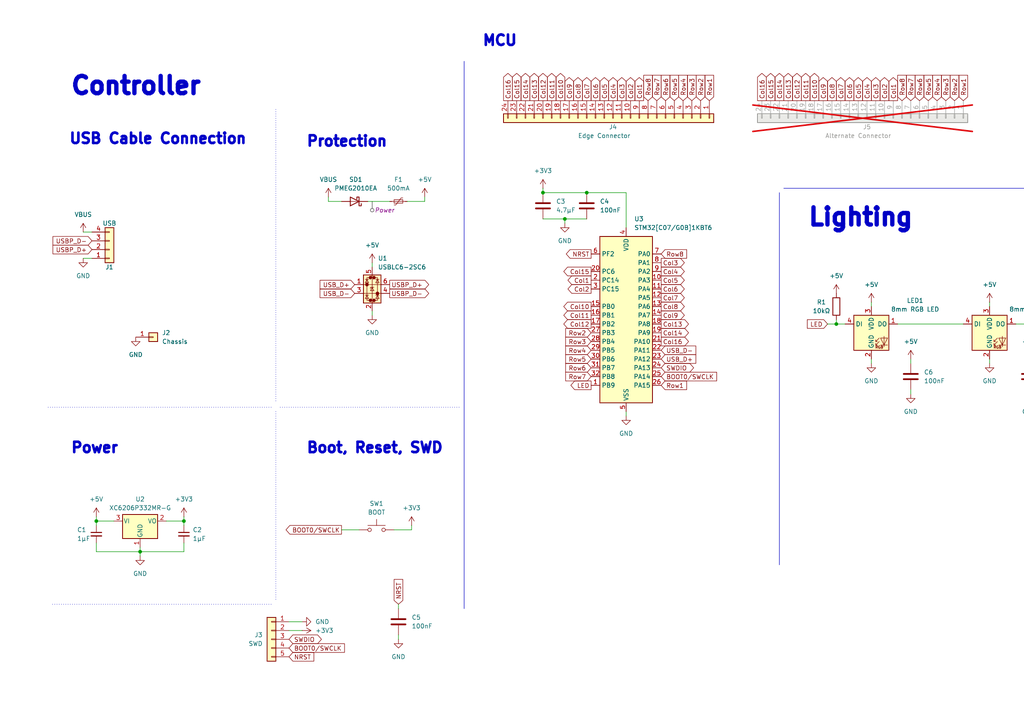
<source format=kicad_sch>
(kicad_sch (version 20250114) (generator "eeschema") (generator_version "9.0")
  (paper "A4")
  (lib_symbols
    (symbol "Connector_Generic:Conn_01x01" (pin_names (offset 1.016) (hide yes))
      (property "Reference" "J" (at 0 2.54 0))
      (property "Value" "Conn_01x01" (at 0 -2.54 0))
      (symbol "Conn_01x01_1_1"
        (rectangle (start -1.27 1.27) (end 1.27 -1.27) (stroke (width 0.254)) (fill (type background)))
        (rectangle (start -1.27 0.127) (end 0 -0.127) (stroke (width 0.1524)))
        (pin passive line (at -5.08 0 0) (length 3.81) (name "Pin_1") (number "1"))
      )
    )
    (symbol "Connector_Generic:Conn_01x04" (pin_names (offset 1.016) (hide yes))
      (property "Reference" "J" (at 0 5.08 0))
      (property "Value" "Conn_01x04" (at 0 -7.62 0))
      (symbol "Conn_01x04_1_1"
        (rectangle (start -1.27 3.81) (end 1.27 -6.35) (stroke (width 0.254)) (fill (type background)))
        (rectangle (start -1.27 2.667) (end 0 2.413) (stroke (width 0.1524)))
        (rectangle (start -1.27 0.127) (end 0 -0.127) (stroke (width 0.1524)))
        (rectangle (start -1.27 -2.413) (end 0 -2.667) (stroke (width 0.1524)))
        (rectangle (start -1.27 -4.953) (end 0 -5.207) (stroke (width 0.1524)))
        (pin passive line (at -5.08 2.54 0) (length 3.81) (name "Pin_1") (number "1"))
        (pin passive line (at -5.08 0 0) (length 3.81) (name "Pin_2") (number "2"))
        (pin passive line (at -5.08 -2.54 0) (length 3.81) (name "Pin_3") (number "3"))
        (pin passive line (at -5.08 -5.08 0) (length 3.81) (name "Pin_4") (number "4"))
      )
    )
    (symbol "Connector_Generic:Conn_01x05" (pin_names (offset 1.016) (hide yes))
      (property "Reference" "J" (at 0 7.62 0))
      (property "Value" "Conn_01x05" (at 0 -7.62 0))
      (symbol "Conn_01x05_1_1"
        (rectangle (start -1.27 6.35) (end 1.27 -6.35) (stroke (width 0.254)) (fill (type background)))
        (rectangle (start -1.27 5.207) (end 0 4.953) (stroke (width 0.1524)))
        (rectangle (start -1.27 2.667) (end 0 2.413) (stroke (width 0.1524)))
        (rectangle (start -1.27 0.127) (end 0 -0.127) (stroke (width 0.1524)))
        (rectangle (start -1.27 -2.413) (end 0 -2.667) (stroke (width 0.1524)))
        (rectangle (start -1.27 -4.953) (end 0 -5.207) (stroke (width 0.1524)))
        (pin passive line (at -5.08 5.08 0) (length 3.81) (name "Pin_1") (number "1"))
        (pin passive line (at -5.08 2.54 0) (length 3.81) (name "Pin_2") (number "2"))
        (pin passive line (at -5.08 0 0) (length 3.81) (name "Pin_3") (number "3"))
        (pin passive line (at -5.08 -2.54 0) (length 3.81) (name "Pin_4") (number "4"))
        (pin passive line (at -5.08 -5.08 0) (length 3.81) (name "Pin_5") (number "5"))
      )
    )
    (symbol "Connector_Generic:Conn_01x24" (pin_names (offset 1.016) (hide yes))
      (property "Reference" "J" (at 0 30.48 0))
      (property "Value" "Conn_01x24" (at 0 -33.02 0))
      (symbol "Conn_01x24_1_1"
        (rectangle (start -1.27 29.21) (end 1.27 -31.75) (stroke (width 0.254)) (fill (type background)))
        (rectangle (start -1.27 28.067) (end 0 27.813) (stroke (width 0.1524)))
        (rectangle (start -1.27 25.527) (end 0 25.273) (stroke (width 0.1524)))
        (rectangle (start -1.27 22.987) (end 0 22.733) (stroke (width 0.1524)))
        (rectangle (start -1.27 20.447) (end 0 20.193) (stroke (width 0.1524)))
        (rectangle (start -1.27 17.907) (end 0 17.653) (stroke (width 0.1524)))
        (rectangle (start -1.27 15.367) (end 0 15.113) (stroke (width 0.1524)))
        (rectangle (start -1.27 12.827) (end 0 12.573) (stroke (width 0.1524)))
        (rectangle (start -1.27 10.287) (end 0 10.033) (stroke (width 0.1524)))
        (rectangle (start -1.27 7.747) (end 0 7.493) (stroke (width 0.1524)))
        (rectangle (start -1.27 5.207) (end 0 4.953) (stroke (width 0.1524)))
        (rectangle (start -1.27 2.667) (end 0 2.413) (stroke (width 0.1524)))
        (rectangle (start -1.27 0.127) (end 0 -0.127) (stroke (width 0.1524)))
        (rectangle (start -1.27 -2.413) (end 0 -2.667) (stroke (width 0.1524)))
        (rectangle (start -1.27 -4.953) (end 0 -5.207) (stroke (width 0.1524)))
        (rectangle (start -1.27 -7.493) (end 0 -7.747) (stroke (width 0.1524)))
        (rectangle (start -1.27 -10.033) (end 0 -10.287) (stroke (width 0.1524)))
        (rectangle (start -1.27 -12.573) (end 0 -12.827) (stroke (width 0.1524)))
        (rectangle (start -1.27 -15.113) (end 0 -15.367) (stroke (width 0.1524)))
        (rectangle (start -1.27 -17.653) (end 0 -17.907) (stroke (width 0.1524)))
        (rectangle (start -1.27 -20.193) (end 0 -20.447) (stroke (width 0.1524)))
        (rectangle (start -1.27 -22.733) (end 0 -22.987) (stroke (width 0.1524)))
        (rectangle (start -1.27 -25.273) (end 0 -25.527) (stroke (width 0.1524)))
        (rectangle (start -1.27 -27.813) (end 0 -28.067) (stroke (width 0.1524)))
        (rectangle (start -1.27 -30.353) (end 0 -30.607) (stroke (width 0.1524)))
        (pin passive line (at -5.08 27.94 0) (length 3.81) (name "Pin_1") (number "1"))
        (pin passive line (at -5.08 25.4 0) (length 3.81) (name "Pin_2") (number "2"))
        (pin passive line (at -5.08 22.86 0) (length 3.81) (name "Pin_3") (number "3"))
        (pin passive line (at -5.08 20.32 0) (length 3.81) (name "Pin_4") (number "4"))
        (pin passive line (at -5.08 17.78 0) (length 3.81) (name "Pin_5") (number "5"))
        (pin passive line (at -5.08 15.24 0) (length 3.81) (name "Pin_6") (number "6"))
        (pin passive line (at -5.08 12.7 0) (length 3.81) (name "Pin_7") (number "7"))
        (pin passive line (at -5.08 10.16 0) (length 3.81) (name "Pin_8") (number "8"))
        (pin passive line (at -5.08 7.62 0) (length 3.81) (name "Pin_9") (number "9"))
        (pin passive line (at -5.08 5.08 0) (length 3.81) (name "Pin_10") (number "10"))
        (pin passive line (at -5.08 2.54 0) (length 3.81) (name "Pin_11") (number "11"))
        (pin passive line (at -5.08 0 0) (length 3.81) (name "Pin_12") (number "12"))
        (pin passive line (at -5.08 -2.54 0) (length 3.81) (name "Pin_13") (number "13"))
        (pin passive line (at -5.08 -5.08 0) (length 3.81) (name "Pin_14") (number "14"))
        (pin passive line (at -5.08 -7.62 0) (length 3.81) (name "Pin_15") (number "15"))
        (pin passive line (at -5.08 -10.16 0) (length 3.81) (name "Pin_16") (number "16"))
        (pin passive line (at -5.08 -12.7 0) (length 3.81) (name "Pin_17") (number "17"))
        (pin passive line (at -5.08 -15.24 0) (length 3.81) (name "Pin_18") (number "18"))
        (pin passive line (at -5.08 -17.78 0) (length 3.81) (name "Pin_19") (number "19"))
        (pin passive line (at -5.08 -20.32 0) (length 3.81) (name "Pin_20") (number "20"))
        (pin passive line (at -5.08 -22.86 0) (length 3.81) (name "Pin_21") (number "21"))
        (pin passive line (at -5.08 -25.4 0) (length 3.81) (name "Pin_22") (number "22"))
        (pin passive line (at -5.08 -27.94 0) (length 3.81) (name "Pin_23") (number "23"))
        (pin passive line (at -5.08 -30.48 0) (length 3.81) (name "Pin_24") (number "24"))
      )
    )
    (symbol "Device:C" (pin_numbers (hide yes)) (pin_names (offset 0.254))
      (property "Reference" "C" (at 0.635 2.54 0))
      (property "Value" "C" (at 0.635 -2.54 0))
      (symbol "C_0_1"
        (polyline (pts (xy -2.032 0.762) (xy 2.032 0.762)) (stroke (width 0.508)))
        (polyline (pts (xy -2.032 -0.762) (xy 2.032 -0.762)) (stroke (width 0.508)))
      )
      (symbol "C_1_1"
        (pin passive line (at 0 3.81 270) (length 2.794) (name "~") (number "1"))
        (pin passive line (at 0 -3.81 90) (length 2.794) (name "~") (number "2"))
      )
    )
    (symbol "Device:C_Small" (pin_numbers (hide yes)) (pin_names (offset 0.254) (hide yes))
      (property "Reference" "C" (at 0.254 1.778 0))
      (property "Value" "C_Small" (at 0.254 -2.032 0))
      (symbol "C_Small_0_1"
        (polyline (pts (xy -1.524 0.508) (xy 1.524 0.508)) (stroke (width 0.3048)))
        (polyline (pts (xy -1.524 -0.508) (xy 1.524 -0.508)) (stroke (width 0.3302)))
      )
      (symbol "C_Small_1_1"
        (pin passive line (at 0 2.54 270) (length 2.032) (name "~") (number "1"))
        (pin passive line (at 0 -2.54 90) (length 2.032) (name "~") (number "2"))
      )
    )
    (symbol "Device:D_Schottky" (pin_numbers (hide yes)) (pin_names (offset 1.016) (hide yes))
      (property "Reference" "D" (at 0 2.54 0))
      (property "Value" "D_Schottky" (at 0 -2.54 0))
      (symbol "D_Schottky_0_1"
        (polyline (pts (xy -1.905 0.635) (xy -1.905 1.27) (xy -1.27 1.27) (xy -1.27 -1.27) (xy -0.635 -1.27) (xy -0.635 -0.635)) (stroke (width 0.254)))
        (polyline (pts (xy 1.27 1.27) (xy 1.27 -1.27) (xy -1.27 0) (xy 1.27 1.27)) (stroke (width 0.254)))
        (polyline (pts (xy 1.27 0) (xy -1.27 0)))
      )
      (symbol "D_Schottky_1_1"
        (pin passive line (at -3.81 0 0) (length 2.54) (name "K") (number "1"))
        (pin passive line (at 3.81 0 180) (length 2.54) (name "A") (number "2"))
      )
    )
    (symbol "Device:Polyfuse_Small" (pin_numbers (hide yes)) (pin_names (offset 0))
      (property "Reference" "F" (at -1.905 0 90))
      (property "Value" "Polyfuse_Small" (at 1.905 0 90))
      (symbol "Polyfuse_Small_0_1"
        (polyline (pts (xy -1.016 1.27) (xy -1.016 0.762) (xy 1.016 -0.762) (xy 1.016 -1.27)))
        (rectangle (start -0.508 1.27) (end 0.508 -1.27))
        (polyline (pts (xy 0 2.54) (xy 0 -2.54)))
      )
      (symbol "Polyfuse_Small_1_1"
        (pin passive line (at 0 2.54 270) (length 0.635) (name "~") (number "1"))
        (pin passive line (at 0 -2.54 90) (length 0.635) (name "~") (number "2"))
      )
    )
    (symbol "Device:R" (pin_numbers (hide yes)) (pin_names (offset 0))
      (property "Reference" "R" (at 2.032 0 90))
      (property "Value" "R" (at 0 0 90))
      (symbol "R_0_1"
        (rectangle (start -1.016 -2.54) (end 1.016 2.54) (stroke (width 0.254)))
      )
      (symbol "R_1_1"
        (pin passive line (at 0 3.81 270) (length 1.27) (name "~") (number "1"))
        (pin passive line (at 0 -3.81 90) (length 1.27) (name "~") (number "2"))
      )
    )
    (symbol "LED:APA-106-F5"
      (property "Reference" "D" (at 5.08 5.715 0))
      (property "Value" "APA-106-F5" (at 1.27 -5.715 0))
      (symbol "APA-106-F5_0_0"
        (text "RGB" (at 2.286 -4.191 0) (effects (font (size 0.762 0.762))))
      )
      (symbol "APA-106-F5_0_1"
        (polyline (pts (xy 1.27 -2.54) (xy 1.778 -2.54)))
        (polyline (pts (xy 1.27 -3.556) (xy 1.778 -3.556)))
        (polyline (pts (xy 2.286 -1.524) (xy 1.27 -2.54) (xy 1.27 -2.032)))
        (polyline (pts (xy 2.286 -2.54) (xy 1.27 -3.556) (xy 1.27 -3.048)))
        (polyline (pts (xy 3.683 -1.016) (xy 3.683 -3.556) (xy 3.683 -4.064)))
        (polyline (pts (xy 4.699 -1.524) (xy 2.667 -1.524) (xy 3.683 -3.556) (xy 4.699 -1.524)))
        (polyline (pts (xy 4.699 -3.556) (xy 2.667 -3.556)))
        (rectangle (start 5.08 5.08) (end -5.08 -5.08) (stroke (width 0.254)) (fill (type background)))
      )
      (symbol "APA-106-F5_1_1"
        (pin input line (at -7.62 2.54 0) (length 2.54) (name "DI") (number "4"))
        (pin power_in line (at 0 7.62 270) (length 2.54) (name "VDD") (number "3"))
        (pin power_in line (at 0 -7.62 90) (length 2.54) (name "GND") (number "2"))
        (pin output line (at 7.62 2.54 180) (length 2.54) (name "DO") (number "1"))
      )
    )
    (symbol "MCU_ST_STM32C0:STM32C071KBTx"
      (property "Reference" "U" (at -7.62 26.67 0))
      (property "Value" "STM32C071KBTx" (at 2.54 26.67 0))
      (symbol "STM32C071KBTx_0_1"
        (rectangle (start -7.62 -22.86) (end 7.62 25.4) (stroke (width 0.254)) (fill (type background)))
      )
      (symbol "STM32C071KBTx_1_1"
        (pin bidirectional line (at -10.16 20.32 0) (length 2.54) (name "PF2") (number "6"))
        (pin bidirectional line (at -10.16 15.24 0) (length 2.54) (name "PC6") (number "20"))
        (pin bidirectional line (at -10.16 12.7 0) (length 2.54) (name "PC14") (number "2"))
        (pin bidirectional line (at -10.16 10.16 0) (length 2.54) (name "PC15") (number "3"))
        (pin bidirectional line (at -10.16 5.08 0) (length 2.54) (name "PB0") (number "15"))
        (pin bidirectional line (at -10.16 2.54 0) (length 2.54) (name "PB1") (number "16"))
        (pin bidirectional line (at -10.16 0 0) (length 2.54) (name "PB2") (number "17"))
        (pin bidirectional line (at -10.16 -2.54 0) (length 2.54) (name "PB3") (number "27"))
        (pin bidirectional line (at -10.16 -5.08 0) (length 2.54) (name "PB4") (number "28"))
        (pin bidirectional line (at -10.16 -7.62 0) (length 2.54) (name "PB5") (number "29"))
        (pin bidirectional line (at -10.16 -10.16 0) (length 2.54) (name "PB6") (number "30"))
        (pin bidirectional line (at -10.16 -12.7 0) (length 2.54) (name "PB7") (number "31"))
        (pin bidirectional line (at -10.16 -15.24 0) (length 2.54) (name "PB8") (number "32"))
        (pin bidirectional line (at -10.16 -17.78 0) (length 2.54) (name "PB9") (number "1"))
        (pin power_in line (at 0 27.94 270) (length 2.54) (name "VDD") (number "4"))
        (pin power_in line (at 0 -25.4 90) (length 2.54) (name "VSS") (number "5"))
        (pin bidirectional line (at 10.16 20.32 180) (length 2.54) (name "PA0") (number "7"))
        (pin bidirectional line (at 10.16 17.78 180) (length 2.54) (name "PA1") (number "8"))
        (pin bidirectional line (at 10.16 15.24 180) (length 2.54) (name "PA2") (number "9"))
        (pin bidirectional line (at 10.16 12.7 180) (length 2.54) (name "PA3") (number "10"))
        (pin bidirectional line (at 10.16 10.16 180) (length 2.54) (name "PA4") (number "11"))
        (pin bidirectional line (at 10.16 7.62 180) (length 2.54) (name "PA5") (number "12"))
        (pin bidirectional line (at 10.16 5.08 180) (length 2.54) (name "PA6") (number "13"))
        (pin bidirectional line (at 10.16 2.54 180) (length 2.54) (name "PA7") (number "14"))
        (pin bidirectional line (at 10.16 0 180) (length 2.54) (name "PA8") (number "18"))
        (pin bidirectional line (at 10.16 -2.54 180) (length 2.54) (name "PA9") (number "19"))
        (pin bidirectional line (at 10.16 -5.08 180) (length 2.54) (name "PA10") (number "21"))
        (pin bidirectional line (at 10.16 -7.62 180) (length 2.54) (name "PA11") (number "22"))
        (pin bidirectional line (at 10.16 -10.16 180) (length 2.54) (name "PA12") (number "23"))
        (pin bidirectional line (at 10.16 -12.7 180) (length 2.54) (name "PA13") (number "24"))
        (pin bidirectional line (at 10.16 -15.24 180) (length 2.54) (name "PA14") (number "25"))
        (pin bidirectional line (at 10.16 -17.78 180) (length 2.54) (name "PA15") (number "26"))
      )
    )
    (symbol "Regulator_Linear:XC6206PxxxMR" (pin_names (offset 0.254))
      (property "Reference" "U" (at -3.81 3.175 0))
      (property "Value" "XC6206PxxxMR" (at 0 3.175 0))
      (symbol "XC6206PxxxMR_0_1"
        (rectangle (start -5.08 1.905) (end 5.08 -5.08) (stroke (width 0.254)) (fill (type background)))
      )
      (symbol "XC6206PxxxMR_1_1"
        (pin power_in line (at -7.62 0 0) (length 2.54) (name "VI") (number "3"))
        (pin power_in line (at 0 -7.62 90) (length 2.54) (name "GND") (number "1"))
        (pin power_out line (at 7.62 0 180) (length 2.54) (name "VO") (number "2"))
      )
    )
    (symbol "Switch:SW_Push" (pin_numbers (hide yes)) (pin_names (offset 1.016) (hide yes))
      (property "Reference" "SW" (at 1.27 2.54 0))
      (property "Value" "SW_Push" (at 0 -1.524 0))
      (symbol "SW_Push_0_1"
        (circle (center -2.032 0) (radius 0.508))
        (polyline (pts (xy 0 1.27) (xy 0 3.048)))
        (circle (center 2.032 0) (radius 0.508))
        (polyline (pts (xy 2.54 1.27) (xy -2.54 1.27)))
        (pin passive line (at -5.08 0 0) (length 2.54) (name "1") (number "1"))
        (pin passive line (at 5.08 0 180) (length 2.54) (name "2") (number "2"))
      )
    )
    (symbol "USBLC6-2SC6_1" (pin_names (hide yes))
      (property "Reference" "U" (at 0.635 5.715 0))
      (property "Value" "USBLC6-2SC6" (at 0.635 3.81 0))
      (symbol "USBLC6-2SC6_1_0_0"
        (circle (center -1.524 0) (radius 0.0001) (stroke (width 0.508)))
        (circle (center -0.508 2.032) (radius 0.0001) (stroke (width 0.508)))
        (circle (center -0.508 -4.572) (radius 0.0001) (stroke (width 0.508)))
        (circle (center 0.508 2.032) (radius 0.0001) (stroke (width 0.508)))
        (circle (center 0.508 -4.572) (radius 0.0001) (stroke (width 0.508)))
        (circle (center 1.524 -2.54) (radius 0.0001) (stroke (width 0.508)))
      )
      (symbol "USBLC6-2SC6_1_0_1"
        (polyline (pts (xy -2.54 0) (xy 2.54 0)))
        (polyline (pts (xy -2.54 -2.54) (xy 2.54 -2.54)))
        (polyline (pts (xy -2.032 0.508) (xy -1.016 0.508) (xy -1.524 1.524) (xy -2.032 0.508)))
        (polyline (pts (xy -2.032 -3.048) (xy -1.016 -3.048)))
        (polyline (pts (xy -1.016 1.524) (xy -2.032 1.524)))
        (polyline (pts (xy -1.016 -4.064) (xy -2.032 -4.064) (xy -1.524 -3.048) (xy -1.016 -4.064)))
        (polyline (pts (xy -0.508 -1.143) (xy -0.508 -0.762) (xy 0.508 -0.762)))
        (polyline (pts (xy 0 2.54) (xy -0.508 2.032) (xy 0.508 2.032) (xy 0 1.524) (xy 0 -4.064) (xy -0.508 -4.572) (xy 0.508 -4.572) (xy 0 -5.08)))
        (polyline (pts (xy 0.508 -1.778) (xy -0.508 -1.778) (xy 0 -0.762) (xy 0.508 -1.778)))
        (polyline (pts (xy 1.016 1.524) (xy 2.032 1.524)))
        (polyline (pts (xy 1.016 -3.048) (xy 2.032 -3.048)))
        (polyline (pts (xy 2.032 0.508) (xy 1.016 0.508) (xy 1.524 1.524) (xy 2.032 0.508)))
        (polyline (pts (xy 2.032 -4.064) (xy 1.016 -4.064) (xy 1.524 -3.048) (xy 2.032 -4.064)))
      )
      (symbol "USBLC6-2SC6_1_1_1"
        (rectangle (start -2.54 2.794) (end 2.54 -5.334) (stroke (width 0.254)) (fill (type background)))
        (polyline (pts (xy -0.508 2.032) (xy -1.524 2.032) (xy -1.524 -4.572) (xy -0.508 -4.572)))
        (polyline (pts (xy 0.508 -4.572) (xy 1.524 -4.572) (xy 1.524 2.032) (xy 0.508 2.032)))
        (pin passive line (at -5.08 0 0) (length 2.54) (name "I/O1") (number "1"))
        (pin passive line (at -5.08 -2.54 0) (length 2.54) (name "I/O2") (number "3"))
        (pin passive line (at 0 5.08 270) (length 2.54) (name "VBUS") (number "5"))
        (pin passive line (at 0 -7.62 90) (length 2.54) (name "GND") (number "2"))
        (pin passive line (at 5.08 0 180) (length 2.54) (name "I/O1") (number "6"))
        (pin passive line (at 5.08 -2.54 180) (length 2.54) (name "I/O2") (number "4"))
      )
    )
    (symbol "power:+3V3" (power) (pin_numbers (hide yes)) (pin_names (offset 0) (hide yes))
      (property "Value" "+3V3" (at 0 3.556 0))
      (symbol "+3V3_0_1"
        (polyline (pts (xy -0.762 1.27) (xy 0 2.54)))
        (polyline (pts (xy 0 2.54) (xy 0.762 1.27)))
        (polyline (pts (xy 0 0) (xy 0 2.54)))
      )
      (symbol "+3V3_1_1"
        (pin power_in line (at 0 0 90) (length 0) (name "~") (number "1"))
      )
    )
    (symbol "power:+5V" (power) (pin_numbers (hide yes)) (pin_names (offset 0) (hide yes))
      (property "Value" "+5V" (at 0 3.556 0))
      (symbol "+5V_0_1"
        (polyline (pts (xy -0.762 1.27) (xy 0 2.54)))
        (polyline (pts (xy 0 2.54) (xy 0.762 1.27)))
        (polyline (pts (xy 0 0) (xy 0 2.54)))
      )
      (symbol "+5V_1_1"
        (pin power_in line (at 0 0 90) (length 0) (name "~") (number "1"))
      )
    )
    (symbol "power:GND" (power) (pin_names (offset 0))
      (property "Value" "GND" (at 0 -3.81 0))
      (symbol "GND_0_1"
        (polyline (pts (xy 0 0) (xy 0 -1.27) (xy 1.27 -1.27) (xy 0 -2.54) (xy -1.27 -1.27) (xy 0 -1.27)))
      )
      (symbol "GND_1_1"
        (pin power_in line (at 0 0 270) (length 0) (hide yes) (name "GND") (number "1"))
      )
    )
    (symbol "power:VBUS" (power) (pin_names (offset 0))
      (property "Value" "VBUS" (at 0 3.81 0))
      (symbol "VBUS_0_1"
        (polyline (pts (xy -0.762 1.27) (xy 0 2.54)))
        (polyline (pts (xy 0 2.54) (xy 0.762 1.27)))
        (polyline (pts (xy 0 0) (xy 0 2.54)))
      )
      (symbol "VBUS_1_1"
        (pin power_in line (at 0 0 90) (length 0) (hide yes) (name "VBUS") (number "1"))
      )
    )
  )
  (text "Boot, Reset, SWD" (at 88.646 128.27 0) (effects (font (size 3 3) (thickness 2) (bold yes)) (justify left top)))
  (text "MCU" (at 139.7 10.16 0) (effects (font (size 3 3) (thickness 2) (bold yes)) (justify left top)))
  (text "Power" (at 20.32 128.27 0) (effects (font (size 3 3) (thickness 2) (bold yes)) (justify left top)))
  (text "Lighting" (at 233.934 60.198 0) (effects (font (size 5 5) (thickness 2) (bold yes)) (justify left top)))
  (text "Controller" (at 20.066 22.098 0) (effects (font (size 5 5) (thickness 2) (bold yes)) (justify left top)))
  (text "Protection" (at 88.646 39.37 0) (effects (font (size 3 3) (thickness 2) (bold yes)) (justify left top)))
  (text "USB Cable Connection" (at 19.812 38.608 0) (effects (font (size 3 3) (thickness 2) (bold yes)) (justify left top)))
  (junction (at 40.64 160.02))
  (junction (at 157.48 55.88))
  (junction (at 163.83 63.5))
  (junction (at 170.18 55.88))
  (junction (at 53.34 151.13))
  (junction (at 27.94 151.13))
  (junction (at 242.57 93.98))
  (no_connect (at 325.12 93.98))
  (wire (pts (xy 53.34 152.4) (xy 53.34 151.13)))
  (wire (pts (xy 294.64 93.98) (xy 309.88 93.98)))
  (wire (pts (xy 87.63 180.34) (xy 83.82 180.34)))
  (wire (pts (xy 287.02 87.63) (xy 287.02 88.9)))
  (wire (pts (xy 328.93 113.03) (xy 328.93 111.76)))
  (wire (pts (xy 27.94 149.86) (xy 27.94 151.13)))
  (wire (pts (xy 27.94 152.4) (xy 27.94 151.13)))
  (wire (pts (xy 298.45 114.3) (xy 298.45 113.03)))
  (wire (pts (xy 106.68 58.42) (xy 113.03 58.42)))
  (polyline (pts (xy 15.24 175.26) (xy 78.74 175.26)) (stroke (width 0) (type dot)))
  (wire (pts (xy 119.38 152.4) (xy 119.38 153.67)))
  (polyline (pts (xy 227.33 54.61) (xy 411.48 54.61)))
  (polyline (pts (xy 81.28 118.11) (xy 133.35 118.11)) (stroke (width 0) (type dot)))
  (wire (pts (xy 40.64 160.02) (xy 40.64 158.75)))
  (wire (pts (xy 170.18 55.88) (xy 181.61 55.88)))
  (wire (pts (xy 252.73 105.41) (xy 252.73 104.14)))
  (wire (pts (xy 118.11 58.42) (xy 123.19 58.42)))
  (wire (pts (xy 27.94 160.02) (xy 40.64 160.02)))
  (wire (pts (xy 260.35 93.98) (xy 279.4 93.98)))
  (wire (pts (xy 48.26 151.13) (xy 53.34 151.13)))
  (wire (pts (xy 95.25 58.42) (xy 95.25 57.15)))
  (wire (pts (xy 107.95 76.2) (xy 107.95 77.47)))
  (polyline (pts (xy 80.01 31.75) (xy 80.01 116.84)) (stroke (width 0) (type dot)))
  (wire (pts (xy 287.02 105.41) (xy 287.02 104.14)))
  (polyline (pts (xy 13.97 118.11) (xy 78.74 118.11)) (stroke (width 0) (type dot)))
  (polyline (pts (xy 226.06 55.88) (xy 226.06 163.83)))
  (wire (pts (xy 53.34 157.48) (xy 53.34 160.02)))
  (wire (pts (xy 264.16 114.3) (xy 264.16 113.03)))
  (wire (pts (xy 240.03 93.98) (xy 242.57 93.98)))
  (wire (pts (xy 157.48 54.61) (xy 157.48 55.88)))
  (wire (pts (xy 99.06 153.67) (xy 104.14 153.67)))
  (wire (pts (xy 163.83 63.5) (xy 170.18 63.5)))
  (wire (pts (xy 157.48 55.88) (xy 170.18 55.88)))
  (wire (pts (xy 181.61 55.88) (xy 181.61 66.04)))
  (wire (pts (xy 317.5 105.41) (xy 317.5 104.14)))
  (wire (pts (xy 163.83 64.77) (xy 163.83 63.5)))
  (wire (pts (xy 328.93 102.87) (xy 328.93 104.14)))
  (wire (pts (xy 123.19 58.42) (xy 123.19 57.15)))
  (wire (pts (xy 181.61 120.65) (xy 181.61 119.38)))
  (wire (pts (xy 27.94 151.13) (xy 33.02 151.13)))
  (wire (pts (xy 107.95 91.44) (xy 107.95 90.17)))
  (wire (pts (xy 157.48 63.5) (xy 163.83 63.5)))
  (wire (pts (xy 40.64 161.29) (xy 40.64 160.02)))
  (wire (pts (xy 119.38 153.67) (xy 114.3 153.67)))
  (wire (pts (xy 24.13 67.31) (xy 26.67 67.31)))
  (polyline (pts (xy 134.62 17.78) (xy 134.62 176.53)))
  (wire (pts (xy 298.45 104.14) (xy 298.45 105.41)))
  (wire (pts (xy 40.64 160.02) (xy 53.34 160.02)))
  (wire (pts (xy 242.57 92.71) (xy 242.57 93.98)))
  (wire (pts (xy 27.94 157.48) (xy 27.94 160.02)))
  (wire (pts (xy 115.57 185.42) (xy 115.57 184.15)))
  (wire (pts (xy 252.73 87.63) (xy 252.73 88.9)))
  (wire (pts (xy 87.63 182.88) (xy 83.82 182.88)))
  (polyline (pts (xy 80.01 119.38) (xy 80.01 173.99)) (stroke (width 0) (type dot)))
  (wire (pts (xy 53.34 149.86) (xy 53.34 151.13)))
  (wire (pts (xy 24.13 74.93) (xy 26.67 74.93)))
  (wire (pts (xy 95.25 58.42) (xy 99.06 58.42)))
  (wire (pts (xy 264.16 104.14) (xy 264.16 105.41)))
  (wire (pts (xy 317.5 87.63) (xy 317.5 88.9)))
  (wire (pts (xy 115.57 175.26) (xy 115.57 176.53)))
  (wire (pts (xy 242.57 93.98) (xy 245.11 93.98)))
  (global_label "Col2" (shape output) (at 171.45 83.82 180) (property "Intersheetrefs" "${INTERSHEET_REFS}" (effects (hide yes))))
  (global_label "NRST" (shape output) (at 171.45 73.66 180) (property "Intersheetrefs" "${INTERSHEET_REFS}" (effects (hide yes))))
  (global_label "Col8" (shape output) (at 167.64 29.21 90) (property "Intersheetrefs" "${INTERSHEET_REFS}" (effects (hide yes))))
  (global_label "Col15" (shape output) (at 171.45 78.74 180) (property "Intersheetrefs" "${INTERSHEET_REFS}" (effects (hide yes))))
  (global_label "Col16" (shape output) (at 220.98 29.21 90) (property "Intersheetrefs" "${INTERSHEET_REFS}" (effects (hide yes))))
  (global_label "USBP_D+" (shape output) (at 113.03 82.55 0) (property "Intersheetrefs" "${INTERSHEET_REFS}" (effects (hide yes))))
  (global_label "Col14" (shape output) (at 152.4 29.21 90) (property "Intersheetrefs" "${INTERSHEET_REFS}" (effects (hide yes))))
  (global_label "Row6" (shape input) (at 266.7 29.21 90) (property "Intersheetrefs" "${INTERSHEET_REFS}" (effects (hide yes))))
  (global_label "Col11" (shape output) (at 160.02 29.21 90) (property "Intersheetrefs" "${INTERSHEET_REFS}" (effects (hide yes))))
  (global_label "Col11" (shape output) (at 171.45 91.44 180) (property "Intersheetrefs" "${INTERSHEET_REFS}" (effects (hide yes))))
  (global_label "Col8" (shape output) (at 241.3 29.21 90) (property "Intersheetrefs" "${INTERSHEET_REFS}" (effects (hide yes))))
  (global_label "Col16" (shape output) (at 147.32 29.21 90) (property "Intersheetrefs" "${INTERSHEET_REFS}" (effects (hide yes))))
  (global_label "SWDIO" (shape bidirectional) (at 191.77 106.68 0) (property "Intersheetrefs" "${INTERSHEET_REFS}" (effects (hide yes))))
  (global_label "Col11" (shape output) (at 233.68 29.21 90) (property "Intersheetrefs" "${INTERSHEET_REFS}" (effects (hide yes))))
  (global_label "Row8" (shape input) (at 187.96 29.21 90) (property "Intersheetrefs" "${INTERSHEET_REFS}" (effects (hide yes))))
  (global_label "Col4" (shape output) (at 251.46 29.21 90) (property "Intersheetrefs" "${INTERSHEET_REFS}" (effects (hide yes))))
  (global_label "NRST" (shape input) (at 83.82 190.5 0) (property "Intersheetrefs" "${INTERSHEET_REFS}" (effects (hide yes))))
  (global_label "Row5" (shape input) (at 269.24 29.21 90) (property "Intersheetrefs" "${INTERSHEET_REFS}" (effects (hide yes))))
  (global_label "Col13" (shape output) (at 228.6 29.21 90) (property "Intersheetrefs" "${INTERSHEET_REFS}" (effects (hide yes))))
  (global_label "BOOT0{slash}SWCLK" (shape input) (at 83.82 187.96 0) (property "Intersheetrefs" "${INTERSHEET_REFS}" (effects (hide yes))))
  (global_label "Col6" (shape output) (at 191.77 83.82 0) (property "Intersheetrefs" "${INTERSHEET_REFS}" (effects (hide yes))))
  (global_label "USB_D+" (shape input) (at 102.87 82.55 180) (property "Intersheetrefs" "${INTERSHEET_REFS}" (effects (hide yes))))
  (global_label "Col5" (shape output) (at 248.92 29.21 90) (property "Intersheetrefs" "${INTERSHEET_REFS}" (effects (hide yes))))
  (global_label "Row7" (shape input) (at 190.5 29.21 90) (property "Intersheetrefs" "${INTERSHEET_REFS}" (effects (hide yes))))
  (global_label "Row5" (shape input) (at 195.58 29.21 90) (property "Intersheetrefs" "${INTERSHEET_REFS}" (effects (hide yes))))
  (global_label "LED" (shape input) (at 240.03 93.98 180) (property "Intersheetrefs" "${INTERSHEET_REFS}" (effects (hide yes))))
  (global_label "Row4" (shape input) (at 271.78 29.21 90) (property "Intersheetrefs" "${INTERSHEET_REFS}" (effects (hide yes))))
  (global_label "Row4" (shape input) (at 198.12 29.21 90) (property "Intersheetrefs" "${INTERSHEET_REFS}" (effects (hide yes))))
  (global_label "Col7" (shape output) (at 243.84 29.21 90) (property "Intersheetrefs" "${INTERSHEET_REFS}" (effects (hide yes))))
  (global_label "Col10" (shape output) (at 236.22 29.21 90) (property "Intersheetrefs" "${INTERSHEET_REFS}" (effects (hide yes))))
  (global_label "Col8" (shape output) (at 191.77 88.9 0) (property "Intersheetrefs" "${INTERSHEET_REFS}" (effects (hide yes))))
  (global_label "Col15" (shape output) (at 223.52 29.21 90) (property "Intersheetrefs" "${INTERSHEET_REFS}" (effects (hide yes))))
  (global_label "Row2" (shape input) (at 203.2 29.21 90) (property "Intersheetrefs" "${INTERSHEET_REFS}" (effects (hide yes))))
  (global_label "Row4" (shape input) (at 171.45 101.6 180) (property "Intersheetrefs" "${INTERSHEET_REFS}" (effects (hide yes))))
  (global_label "Col5" (shape output) (at 175.26 29.21 90) (property "Intersheetrefs" "${INTERSHEET_REFS}" (effects (hide yes))))
  (global_label "Col12" (shape output) (at 157.48 29.21 90) (property "Intersheetrefs" "${INTERSHEET_REFS}" (effects (hide yes))))
  (global_label "Col6" (shape output) (at 246.38 29.21 90) (property "Intersheetrefs" "${INTERSHEET_REFS}" (effects (hide yes))))
  (global_label "Col10" (shape output) (at 162.56 29.21 90) (property "Intersheetrefs" "${INTERSHEET_REFS}" (effects (hide yes))))
  (global_label "BOOT0{slash}SWCLK" (shape output) (at 99.06 153.67 180) (property "Intersheetrefs" "${INTERSHEET_REFS}" (effects (hide yes))))
  (global_label "Col12" (shape output) (at 171.45 93.98 180) (property "Intersheetrefs" "${INTERSHEET_REFS}" (effects (hide yes))))
  (global_label "Col2" (shape output) (at 256.54 29.21 90) (property "Intersheetrefs" "${INTERSHEET_REFS}" (effects (hide yes))))
  (global_label "Col13" (shape output) (at 191.77 93.98 0) (property "Intersheetrefs" "${INTERSHEET_REFS}" (effects (hide yes))))
  (global_label "Col3" (shape output) (at 191.77 76.2 0) (property "Intersheetrefs" "${INTERSHEET_REFS}" (effects (hide yes))))
  (global_label "Col1" (shape output) (at 259.08 29.21 90) (property "Intersheetrefs" "${INTERSHEET_REFS}" (effects (hide yes))))
  (global_label "Col4" (shape output) (at 177.8 29.21 90) (property "Intersheetrefs" "${INTERSHEET_REFS}" (effects (hide yes))))
  (global_label "NRST" (shape input) (at 115.57 175.26 90) (property "Intersheetrefs" "${INTERSHEET_REFS}" (effects (hide yes))))
  (global_label "Row8" (shape input) (at 191.77 73.66 0) (property "Intersheetrefs" "${INTERSHEET_REFS}" (effects (hide yes))))
  (global_label "USBP_D+" (shape input) (at 26.67 72.39 180) (property "Intersheetrefs" "${INTERSHEET_REFS}" (effects (hide yes))))
  (global_label "Row1" (shape input) (at 191.77 111.76 0) (property "Intersheetrefs" "${INTERSHEET_REFS}" (effects (hide yes))))
  (global_label "Row3" (shape input) (at 200.66 29.21 90) (property "Intersheetrefs" "${INTERSHEET_REFS}" (effects (hide yes))))
  (global_label "SWDIO" (shape bidirectional) (at 83.82 185.42 0) (property "Intersheetrefs" "${INTERSHEET_REFS}" (effects (hide yes))))
  (global_label "BOOT0{slash}SWCLK" (shape input) (at 191.77 109.22 0) (property "Intersheetrefs" "${INTERSHEET_REFS}" (effects (hide yes))))
  (global_label "USB_D-" (shape input) (at 102.87 85.09 180) (property "Intersheetrefs" "${INTERSHEET_REFS}" (effects (hide yes))))
  (global_label "Col1" (shape output) (at 185.42 29.21 90) (property "Intersheetrefs" "${INTERSHEET_REFS}" (effects (hide yes))))
  (global_label "Col9" (shape output) (at 165.1 29.21 90) (property "Intersheetrefs" "${INTERSHEET_REFS}" (effects (hide yes))))
  (global_label "Col14" (shape output) (at 191.77 96.52 0) (property "Intersheetrefs" "${INTERSHEET_REFS}" (effects (hide yes))))
  (global_label "Row5" (shape input) (at 171.45 104.14 180) (property "Intersheetrefs" "${INTERSHEET_REFS}" (effects (hide yes))))
  (global_label "LED" (shape output) (at 171.45 111.76 180) (property "Intersheetrefs" "${INTERSHEET_REFS}" (effects (hide yes))))
  (global_label "Row3" (shape input) (at 274.32 29.21 90) (property "Intersheetrefs" "${INTERSHEET_REFS}" (effects (hide yes))))
  (global_label "USB_D-" (shape input) (at 191.77 101.6 0) (property "Intersheetrefs" "${INTERSHEET_REFS}" (effects (hide yes))))
  (global_label "Col4" (shape output) (at 191.77 78.74 0) (property "Intersheetrefs" "${INTERSHEET_REFS}" (effects (hide yes))))
  (global_label "Col16" (shape output) (at 191.77 99.06 0) (property "Intersheetrefs" "${INTERSHEET_REFS}" (effects (hide yes))))
  (global_label "Col7" (shape output) (at 170.18 29.21 90) (property "Intersheetrefs" "${INTERSHEET_REFS}" (effects (hide yes))))
  (global_label "Row2" (shape input) (at 276.86 29.21 90) (property "Intersheetrefs" "${INTERSHEET_REFS}" (effects (hide yes))))
  (global_label "Row1" (shape input) (at 205.74 29.21 90) (property "Intersheetrefs" "${INTERSHEET_REFS}" (effects (hide yes))))
  (global_label "Row7" (shape input) (at 171.45 109.22 180) (property "Intersheetrefs" "${INTERSHEET_REFS}" (effects (hide yes))))
  (global_label "USBP_D-" (shape input) (at 26.67 69.85 180) (property "Intersheetrefs" "${INTERSHEET_REFS}" (effects (hide yes))))
  (global_label "Col9" (shape output) (at 191.77 91.44 0) (property "Intersheetrefs" "${INTERSHEET_REFS}" (effects (hide yes))))
  (global_label "USBP_D-" (shape output) (at 113.03 85.09 0) (property "Intersheetrefs" "${INTERSHEET_REFS}" (effects (hide yes))))
  (global_label "Row8" (shape input) (at 261.62 29.21 90) (property "Intersheetrefs" "${INTERSHEET_REFS}" (effects (hide yes))))
  (global_label "Col9" (shape output) (at 238.76 29.21 90) (property "Intersheetrefs" "${INTERSHEET_REFS}" (effects (hide yes))))
  (global_label "Col3" (shape output) (at 254 29.21 90) (property "Intersheetrefs" "${INTERSHEET_REFS}" (effects (hide yes))))
  (global_label "Col12" (shape output) (at 231.14 29.21 90) (property "Intersheetrefs" "${INTERSHEET_REFS}" (effects (hide yes))))
  (global_label "Col7" (shape output) (at 191.77 86.36 0) (property "Intersheetrefs" "${INTERSHEET_REFS}" (effects (hide yes))))
  (global_label "Col13" (shape output) (at 154.94 29.21 90) (property "Intersheetrefs" "${INTERSHEET_REFS}" (effects (hide yes))))
  (global_label "Row6" (shape input) (at 193.04 29.21 90) (property "Intersheetrefs" "${INTERSHEET_REFS}" (effects (hide yes))))
  (global_label "Col10" (shape output) (at 171.45 88.9 180) (property "Intersheetrefs" "${INTERSHEET_REFS}" (effects (hide yes))))
  (global_label "USB_D+" (shape input) (at 191.77 104.14 0) (property "Intersheetrefs" "${INTERSHEET_REFS}" (effects (hide yes))))
  (global_label "Row6" (shape input) (at 171.45 106.68 180) (property "Intersheetrefs" "${INTERSHEET_REFS}" (effects (hide yes))))
  (global_label "Col3" (shape output) (at 180.34 29.21 90) (property "Intersheetrefs" "${INTERSHEET_REFS}" (effects (hide yes))))
  (global_label "Row2" (shape input) (at 171.45 96.52 180) (property "Intersheetrefs" "${INTERSHEET_REFS}" (effects (hide yes))))
  (global_label "Col5" (shape output) (at 191.77 81.28 0) (property "Intersheetrefs" "${INTERSHEET_REFS}" (effects (hide yes))))
  (global_label "Row7" (shape input) (at 264.16 29.21 90) (property "Intersheetrefs" "${INTERSHEET_REFS}" (effects (hide yes))))
  (global_label "Col6" (shape output) (at 172.72 29.21 90) (property "Intersheetrefs" "${INTERSHEET_REFS}" (effects (hide yes))))
  (global_label "Col2" (shape output) (at 182.88 29.21 90) (property "Intersheetrefs" "${INTERSHEET_REFS}" (effects (hide yes))))
  (global_label "Row1" (shape input) (at 279.4 29.21 90) (property "Intersheetrefs" "${INTERSHEET_REFS}" (effects (hide yes))))
  (global_label "Col14" (shape output) (at 226.06 29.21 90) (property "Intersheetrefs" "${INTERSHEET_REFS}" (effects (hide yes))))
  (global_label "Col15" (shape output) (at 149.86 29.21 90) (property "Intersheetrefs" "${INTERSHEET_REFS}" (effects (hide yes))))
  (global_label "Row3" (shape input) (at 171.45 99.06 180) (property "Intersheetrefs" "${INTERSHEET_REFS}" (effects (hide yes))))
  (global_label "Col1" (shape output) (at 171.45 81.28 180) (property "Intersheetrefs" "${INTERSHEET_REFS}" (effects (hide yes))))
  (netclass_flag "" (length 2.54) (shape round) (at 107.95 58.42 180) (property "Netclass" "Power" (at 108.6485 60.96 0) (effects (font (italic yes)) (justify left))))
  (symbol (lib_id "Device:C_Small") (at 53.34 154.94 0) (unit 1)
    (property "Reference" "C2" (at 55.88 153.6762 0) (effects (justify left)))
    (property "Value" "1µF" (at 55.88 156.2162 0) (effects (justify left)))
    (property "Footprint" "Capacitor_SMD:C_0603_1608Metric" (effects (hide yes)))
    (property "Description" "Unpolarized capacitor, small symbol" (effects (hide yes)))
    (property "LCSC" "C52923" (effects (hide yes)))
  )
  (symbol (lib_id "LED:APA-106-F5") (at 287.02 96.52 0) (unit 1)
    (property "Reference" "LED2" (at 299.72 87.1723 0))
    (property "Value" "8mm RGB LED" (at 299.72 89.7123 0))
    (property "Footprint" "LED_THT:LED_D5.0mm-4_RGB" (effects (hide yes)))
    (property "Datasheet" "https://cdn.sparkfun.com/datasheets/Components/LED/COM-12877.pdf" (effects (hide yes)))
    (property "Description" "RGB LED with integrated controller, 5mm Package" (effects (hide yes)))
  )
  (symbol (lib_id "power:+5V") (at 242.57 85.09 0) (unit 1)
    (property "Reference" "#PWR019" (effects (hide yes)))
    (property "Value" "+5V" (at 242.57 80.01 0))
    (property "Description" "Power symbol creates a global label with name \"+5V\"" (effects (hide yes)))
  )
  (symbol (lib_id "power:+5V") (at 252.73 87.63 0) (unit 1)
    (property "Reference" "#PWR020" (effects (hide yes)))
    (property "Value" "+5V" (at 252.73 82.55 0))
    (property "Description" "Power symbol creates a global label with name \"+5V\"" (effects (hide yes)))
  )
  (symbol (lib_id "power:GND") (at 252.73 105.41 0) (unit 1)
    (property "Reference" "#PWR021" (effects (hide yes)))
    (property "Value" "GND" (at 252.73 110.49 0))
    (property "Description" "Power symbol creates a global label with name \"GND\" , ground" (effects (hide yes)))
  )
  (symbol (lib_id "power:GND") (at 181.61 120.65 0) (unit 1)
    (property "Reference" "#PWR018" (effects (hide yes)))
    (property "Value" "GND" (at 181.61 125.73 0))
  )
  (symbol (lib_id "power:+5V") (at 123.19 57.15 0) (unit 1)
    (property "Reference" "#PWR015" (effects (hide yes)))
    (property "Value" "+5V" (at 123.19 52.07 0))
    (property "Description" "Power symbol creates a global label with name \"+5V\"" (effects (hide yes)))
  )
  (symbol (lib_id "power:GND") (at 24.13 74.93 0) (unit 1)
    (property "Reference" "#PWR02" (effects (hide yes)))
    (property "Value" "GND" (at 24.13 80.01 0))
  )
  (symbol (lib_id "Device:D_Schottky") (at 102.87 58.42 180) (unit 1)
    (property "Reference" "SD1" (at 103.1875 52.07 0))
    (property "Value" "PMEG2010EA" (at 103.1875 54.61 0))
    (property "Footprint" "Diode_SMD:D_SOD-323_HandSoldering" (effects (hide yes)))
    (property "Description" "Schottky diode" (effects (hide yes)))
    (property "LCSC" "C2837790" (effects (hide yes)))
    (property "DigiKey" "1727-4326" (effects (hide yes)))
  )
  (symbol (lib_id "power:+5V") (at 328.93 102.87 0) (unit 1)
    (property "Reference" "#PWR030" (effects (hide yes)))
    (property "Value" "+5V" (at 328.93 97.79 0))
    (property "Description" "Power symbol creates a global label with name \"+5V\"" (effects (hide yes)))
  )
  (symbol (lib_id "power:+5V") (at 287.02 87.63 0) (unit 1)
    (property "Reference" "#PWR024" (effects (hide yes)))
    (property "Value" "+5V" (at 287.02 82.55 0))
    (property "Description" "Power symbol creates a global label with name \"+5V\"" (effects (hide yes)))
  )
  (symbol (lib_id "Regulator_Linear:XC6206PxxxMR") (at 40.64 151.13 0) (unit 1)
    (property "Reference" "U2" (at 40.64 144.78 0))
    (property "Value" "XC6206P332MR-G" (at 40.64 147.32 0))
    (property "Footprint" "Package_TO_SOT_SMD:SOT-23-3" (effects (hide yes)))
    (property "Datasheet" "https://www.torexsemi.com/file/xc6206/XC6206.pdf" (effects (hide yes)))
    (property "Description" "Positive 60-250mA Low Dropout Regulator, Fixed Output, SOT-23" (effects (hide yes)))
  )
  (symbol (lib_id "power:+5V") (at 298.45 104.14 0) (unit 1)
    (property "Reference" "#PWR026" (effects (hide yes)))
    (property "Value" "+5V" (at 298.45 99.06 0))
    (property "Description" "Power symbol creates a global label with name \"+5V\"" (effects (hide yes)))
  )
  (symbol (lib_id "power:GND") (at 107.95 91.44 0) (unit 1)
    (property "Reference" "#PWR012" (effects (hide yes)))
    (property "Value" "GND" (at 107.95 96.52 0))
  )
  (symbol (lib_id "power:GND") (at 298.45 114.3 0) (unit 1)
    (property "Reference" "#PWR027" (effects (hide yes)))
    (property "Value" "GND" (at 298.45 119.38 0))
    (property "Description" "Power symbol creates a global label with name \"GND\" , ground" (effects (hide yes)))
  )
  (symbol (lib_id "Device:C") (at 264.16 109.22 180) (unit 1)
    (property "Reference" "C6" (at 267.97 107.95 0) (effects (justify right)))
    (property "Value" "100nF" (at 267.97 110.49 0) (effects (justify right)))
    (property "Footprint" "Capacitor_SMD:C_0603_1608Metric" (effects (hide yes)))
    (property "Description" "Unpolarized capacitor" (effects (hide yes)))
  )
  (symbol (lib_id "power:+5V") (at 107.95 76.2 0) (unit 1)
    (property "Reference" "#PWR011" (effects (hide yes)))
    (property "Value" "+5V" (at 107.95 71.12 0))
    (property "Description" "Power symbol creates a global label with name \"+5V\"" (effects (hide yes)))
  )
  (symbol (lib_id "power:+5V") (at 264.16 104.14 0) (unit 1)
    (property "Reference" "#PWR022" (effects (hide yes)))
    (property "Value" "+5V" (at 264.16 99.06 0))
    (property "Description" "Power symbol creates a global label with name \"+5V\"" (effects (hide yes)))
  )
  (symbol (lib_id "Device:C") (at 157.48 59.69 0) (unit 1)
    (property "Reference" "C3" (at 161.29 58.4199 0) (effects (justify left)))
    (property "Value" "4.7µF" (at 161.29 60.9599 0) (effects (justify left)))
    (property "Footprint" "Capacitor_SMD:C_0603_1608Metric" (effects (hide yes)))
    (property "Description" "Unpolarized capacitor" (effects (hide yes)))
  )
  (symbol (lib_id "power:GND") (at 87.63 180.34 90) (unit 1)
    (property "Reference" "#PWR07" (effects (hide yes)))
    (property "Value" "GND" (at 91.44 180.34 90) (effects (justify right)))
  )
  (symbol (lib_id "power:GND") (at 287.02 105.41 0) (unit 1)
    (property "Reference" "#PWR025" (effects (hide yes)))
    (property "Value" "GND" (at 287.02 110.49 0))
    (property "Description" "Power symbol creates a global label with name \"GND\" , ground" (effects (hide yes)))
  )
  (symbol (lib_id "power:GND") (at 40.64 161.29 0) (unit 1)
    (property "Reference" "#PWR05" (effects (hide yes)))
    (property "Value" "GND" (at 40.64 166.37 0))
    (property "Description" "Power symbol creates a global label with name \"GND\" , ground" (effects (hide yes)))
  )
  (symbol (lib_id "Device:Polyfuse_Small") (at 115.57 58.42 90) (unit 1)
    (property "Reference" "F1" (at 115.57 52.07 90))
    (property "Value" "500mA" (at 115.57 54.61 90))
    (property "Footprint" "Fuse:Fuse_0603_1608Metric_Pad1.05x0.95mm_HandSolder" (effects (hide yes)))
    (property "Description" "Resettable fuse, polymeric positive temperature coefficient, small symbol" (effects (hide yes)))
    (property "LCSC" "C210357" (effects (hide yes)))
    (property "DigiKey" "MF-FSMF050X" (effects (hide yes)))
  )
  (symbol (lib_id "power:GND") (at 163.83 64.77 0) (unit 1)
    (property "Reference" "#PWR017" (effects (hide yes)))
    (property "Value" "GND" (at 163.83 69.85 0))
  )
  (symbol (lib_id "Connector_Generic:Conn_01x24") (at 177.8 34.29 270) (unit 1)
    (property "Reference" "J4" (at 177.8 36.83 90))
    (property "Value" "Edge Connector" (at 175.26 39.37 90))
    (property "Footprint" "Project_Library:Edge_Connector_01x24" (effects (hide yes)))
    (property "Description" "Generic connector, single row, 01x24, script generated (kicad-library-utils/schlib/autogen/connector/)" (effects (hide yes)))
  )
  (symbol (lib_id "Device:R") (at 242.57 88.9 0) (mirror x) (unit 1)
    (property "Reference" "R1" (at 238.252 87.63 0))
    (property "Value" "10kΩ" (at 238.252 90.17 0))
    (property "Footprint" "Resistor_THT:R_Axial_DIN0207_L6.3mm_D2.5mm_P7.62mm_Horizontal" (effects (hide yes)))
    (property "Description" "Resistor" (effects (hide yes)))
  )
  (symbol (lib_name "USBLC6-2SC6_1") (lib_id "Power_Protection:USBLC6-2SC6") (at 107.95 82.55 0) (unit 1)
    (property "Reference" "U1" (at 109.6011 74.93 0) (effects (justify left)))
    (property "Value" "USBLC6-2SC6" (at 109.6011 77.47 0) (effects (justify left)))
    (property "Footprint" "Package_TO_SOT_SMD:SOT-23-6" (effects (hide yes)))
    (property "Datasheet" "https://www.st.com/resource/en/datasheet/usblc6-2.pdf" (effects (hide yes)))
    (property "Description" "Very low capacitance ESD protection diode, 2 data-line, SOT-23-6" (effects (hide yes)))
  )
  (symbol (lib_id "Connector_Generic:Conn_01x01") (at 44.45 97.79 0) (unit 1)
    (property "Reference" "J2" (at 46.99 96.52 0) (effects (justify left)))
    (property "Value" "Chassis" (at 46.99 99.06 0) (effects (justify left)))
    (property "Footprint" "Connector_Wire:SolderWire-0.5sqmm_1x01_D0.9mm_OD2.3mm" (effects (hide yes)))
    (property "Description" "Generic connector, single row, 01x01, script generated (kicad-library-utils/schlib/autogen/connector/)" (effects (hide yes)))
  )
  (symbol (lib_id "power:+3V3") (at 87.63 182.88 270) (unit 1)
    (property "Reference" "#PWR08" (effects (hide yes)))
    (property "Value" "+3V3" (at 91.44 182.88 90) (effects (justify left)))
    (property "Description" "Power symbol creates a global label with name \"+3V3\"" (effects (hide yes)))
  )
  (symbol (lib_id "Device:C") (at 298.45 109.22 180) (unit 1)
    (property "Reference" "C7" (at 302.26 107.95 0) (effects (justify right)))
    (property "Value" "100nF" (at 302.26 110.49 0) (effects (justify right)))
    (property "Footprint" "Capacitor_SMD:C_0603_1608Metric" (effects (hide yes)))
    (property "Description" "Unpolarized capacitor" (effects (hide yes)))
  )
  (symbol (lib_id "MCU_ST_STM32C0:STM32C071KBTx") (at 181.61 93.98 0) (unit 1)
    (property "Reference" "U3" (at 183.9471 63.5 0) (effects (justify left)))
    (property "Value" "STM32[C07/G0B]1KBT6" (at 183.9471 66.04 0) (effects (justify left)))
    (property "Footprint" "Package_QFP:LQFP-32_7x7mm_P0.8mm" (effects (hide yes)))
    (property "Datasheet" "https://www.st.com/resource/en/datasheet/stm32c071kb.pdf" (effects (hide yes)))
    (property "Description" "STMicroelectronics Arm Cortex-M0+ MCU, 128KB flash, 24KB RAM, 30 GPIO, LQFP32_GP" (effects (hide yes)))
  )
  (symbol (lib_id "power:GND") (at 39.37 97.79 0) (unit 1)
    (property "Reference" "#PWR034" (effects (hide yes)))
    (property "Value" "GND" (at 39.37 102.87 0))
  )
  (symbol (lib_id "power:+3V3") (at 157.48 54.61 0) (unit 1)
    (property "Reference" "#PWR016" (effects (hide yes)))
    (property "Value" "+3V3" (at 157.48 49.53 0))
    (property "Description" "Power symbol creates a global label with name \"+3V3\"" (effects (hide yes)))
  )
  (symbol (lib_id "Connector_Generic:Conn_01x24") (at 251.46 34.29 270) (unit 1) (dnp yes)
    (property "Reference" "J5" (at 251.46 36.83 90))
    (property "Value" "Alternate Connector" (at 248.92 39.37 90))
    (property "Footprint" "Project_Library:PinHeader_1x24_P2.54mm_Vertical" (effects (hide yes)))
    (property "Description" "Generic connector, single row, 01x24, script generated (kicad-library-utils/schlib/autogen/connector/)" (effects (hide yes)))
    (property "P1" "A15" (effects (hide yes)))
    (property "P2" "B3" (effects (hide yes)))
    (property "P3" "B4" (effects (hide yes)))
    (property "P4" "B5" (effects (hide yes)))
    (property "P5" "B6" (effects (hide yes)))
    (property "P6" "B7" (effects (hide yes)))
    (property "P7" "B8" (effects (hide yes)))
    (property "P8" "A0" (effects (hide yes)))
    (property "P9" "C14" (effects (hide yes)))
    (property "P10" "C15" (effects (hide yes)))
    (property "P11" "A1" (effects (hide yes)))
    (property "P12" "A2" (effects (hide yes)))
    (property "P13" "A3" (effects (hide yes)))
    (property "P14" "A4" (effects (hide yes)))
    (property "P15" "A5" (effects (hide yes)))
    (property "P16" "A6" (effects (hide yes)))
    (property "P17" "A7" (effects (hide yes)))
    (property "P18" "B0" (effects (hide yes)))
    (property "P19" "B1" (effects (hide yes)))
    (property "P20" "B2" (effects (hide yes)))
    (property "P21" "A8" (effects (hide yes)))
    (property "P22" "A9" (effects (hide yes)))
    (property "P23" "C6" (effects (hide yes)))
    (property "P24" "A10" (effects (hide yes)))
  )
  (symbol (lib_id "power:+5V") (at 27.94 149.86 0) (unit 1)
    (property "Reference" "#PWR03" (effects (hide yes)))
    (property "Value" "+5V" (at 27.94 144.78 0))
    (property "Description" "Power symbol creates a global label with name \"+5V\"" (effects (hide yes)))
  )
  (symbol (lib_id "Device:C") (at 170.18 59.69 0) (unit 1)
    (property "Reference" "C4" (at 173.99 58.42 0) (effects (justify left)))
    (property "Value" "100nF" (at 173.99 60.96 0) (effects (justify left)))
    (property "Footprint" "Capacitor_SMD:C_0603_1608Metric" (effects (hide yes)))
    (property "Description" "Unpolarized capacitor" (effects (hide yes)))
  )
  (symbol (lib_id "power:+3V3") (at 53.34 149.86 0) (unit 1)
    (property "Reference" "#PWR06" (effects (hide yes)))
    (property "Value" "+3V3" (at 53.34 144.78 0))
    (property "Description" "Power symbol creates a global label with name \"+3V3\"" (effects (hide yes)))
  )
  (symbol (lib_id "Switch:SW_Push") (at 109.22 153.67 0) (unit 1)
    (property "Reference" "SW1" (at 109.22 146.05 0))
    (property "Value" "BOOT" (at 109.22 148.59 0))
    (property "Footprint" "Button_Switch_SMD:SW_SPST_SKQG_WithStem" (effects (hide yes)))
    (property "Description" "Push button switch, generic, two pins" (effects (hide yes)))
    (property "LCSC" "C231329" (effects (hide yes)))
  )
  (symbol (lib_id "power:GND") (at 264.16 114.3 0) (unit 1)
    (property "Reference" "#PWR023" (effects (hide yes)))
    (property "Value" "GND" (at 264.16 119.38 0))
    (property "Description" "Power symbol creates a global label with name \"GND\" , ground" (effects (hide yes)))
  )
  (symbol (lib_id "Device:C") (at 328.93 107.95 180) (unit 1)
    (property "Reference" "C8" (at 332.74 106.68 0) (effects (justify right)))
    (property "Value" "100nF" (at 332.74 109.22 0) (effects (justify right)))
    (property "Footprint" "Capacitor_SMD:C_0603_1608Metric" (effects (hide yes)))
    (property "Description" "Unpolarized capacitor" (effects (hide yes)))
  )
  (symbol (lib_id "power:VBUS") (at 24.13 67.31 0) (unit 1)
    (property "Reference" "#PWR01" (effects (hide yes)))
    (property "Value" "VBUS" (at 24.13 62.23 0))
  )
  (symbol (lib_id "power:GND") (at 328.93 113.03 0) (unit 1)
    (property "Reference" "#PWR031" (effects (hide yes)))
    (property "Value" "GND" (at 328.93 118.11 0))
    (property "Description" "Power symbol creates a global label with name \"GND\" , ground" (effects (hide yes)))
  )
  (symbol (lib_id "Connector_Generic:Conn_01x04") (at 31.75 72.39 0) (mirror x) (unit 1)
    (property "Reference" "J1" (at 31.75 77.47 0))
    (property "Value" "USB" (at 31.75 64.77 0))
    (property "Footprint" "Project_Library:PinHeader_1x04_P2.54mm_Vertical" (effects (hide yes)))
    (property "Description" "Generic connector, single row, 01x04, script generated (kicad-library-utils/schlib/autogen/connector/)" (effects (hide yes)))
    (property "P1" "GND" (effects (hide yes)))
    (property "P2" "D+" (effects (hide yes)))
    (property "P3" "D-" (effects (hide yes)))
    (property "P4" "+5V" (effects (hide yes)))
  )
  (symbol (lib_id "power:GND") (at 317.5 105.41 0) (unit 1)
    (property "Reference" "#PWR029" (effects (hide yes)))
    (property "Value" "GND" (at 317.5 110.49 0))
    (property "Description" "Power symbol creates a global label with name \"GND\" , ground" (effects (hide yes)))
  )
  (symbol (lib_id "power:VBUS") (at 95.25 57.15 0) (unit 1)
    (property "Reference" "#PWR09" (effects (hide yes)))
    (property "Value" "VBUS" (at 95.25 52.07 0))
  )
  (symbol (lib_id "Device:C") (at 115.57 180.34 0) (unit 1)
    (property "Reference" "C5" (at 119.38 179.07 0) (effects (justify left)))
    (property "Value" "100nF" (at 119.38 181.61 0) (effects (justify left)))
    (property "Footprint" "Capacitor_SMD:C_0603_1608Metric" (effects (hide yes)))
    (property "Description" "Unpolarized capacitor" (effects (hide yes)))
  )
  (symbol (lib_id "LED:APA-106-F5") (at 317.5 96.52 0) (unit 1)
    (property "Reference" "LED3" (at 330.2 87.1723 0))
    (property "Value" "8mm RGB LED" (at 330.2 89.7123 0))
    (property "Footprint" "LED_THT:LED_D5.0mm-4_RGB" (effects (hide yes)))
    (property "Datasheet" "https://cdn.sparkfun.com/datasheets/Components/LED/COM-12877.pdf" (effects (hide yes)))
    (property "Description" "RGB LED with integrated controller, 5mm Package" (effects (hide yes)))
  )
  (symbol (lib_id "Device:C_Small") (at 27.94 154.94 0) (unit 1)
    (property "Reference" "C1" (at 22.352 153.67 0) (effects (justify left)))
    (property "Value" "1µF" (at 22.352 156.21 0) (effects (justify left)))
    (property "Footprint" "Capacitor_SMD:C_0603_1608Metric" (effects (hide yes)))
    (property "Description" "Unpolarized capacitor, small symbol" (effects (hide yes)))
    (property "LCSC" "C52923" (effects (hide yes)))
  )
  (symbol (lib_id "Connector_Generic:Conn_01x05") (at 78.74 185.42 0) (mirror y) (unit 1)
    (property "Reference" "J3" (at 76.2 184.15 0) (effects (justify left)))
    (property "Value" "SWD" (at 76.2 186.69 0) (effects (justify left)))
    (property "Footprint" "Project_Library:PinHeader_1x05_P2.54mm_Vertical" (effects (hide yes)))
    (property "Description" "Generic connector, single row, 01x05, script generated (kicad-library-utils/schlib/autogen/connector/)" (effects (hide yes)))
    (property "P1" "GND" (effects (hide yes)))
    (property "P2" "3V3" (effects (hide yes)))
    (property "P3" "I/O" (effects (hide yes)))
    (property "P4" "CLK" (effects (hide yes)))
    (property "P5" "RST" (effects (hide yes)))
  )
  (symbol (lib_id "power:+5V") (at 317.5 87.63 0) (unit 1)
    (property "Reference" "#PWR028" (effects (hide yes)))
    (property "Value" "+5V" (at 317.5 82.55 0))
    (property "Description" "Power symbol creates a global label with name \"+5V\"" (effects (hide yes)))
  )
  (symbol (lib_id "power:GND") (at 115.57 185.42 0) (unit 1)
    (property "Reference" "#PWR013" (effects (hide yes)))
    (property "Value" "GND" (at 115.57 190.5 0))
  )
  (symbol (lib_id "LED:APA-106-F5") (at 252.73 96.52 0) (unit 1)
    (property "Reference" "LED1" (at 265.43 87.1723 0))
    (property "Value" "8mm RGB LED" (at 265.43 89.7123 0))
    (property "Footprint" "LED_THT:LED_D5.0mm-4_RGB" (effects (hide yes)))
    (property "Datasheet" "https://cdn.sparkfun.com/datasheets/Components/LED/COM-12877.pdf" (effects (hide yes)))
    (property "Description" "RGB LED with integrated controller, 5mm Package" (effects (hide yes)))
  )
  (symbol (lib_id "power:+3V3") (at 119.38 152.4 0) (unit 1)
    (property "Reference" "#PWR014" (effects (hide yes)))
    (property "Value" "+3V3" (at 119.38 147.32 0))
    (property "Description" "Power symbol creates a global label with name \"+3V3\"" (effects (hide yes)))
  )
)
</source>
